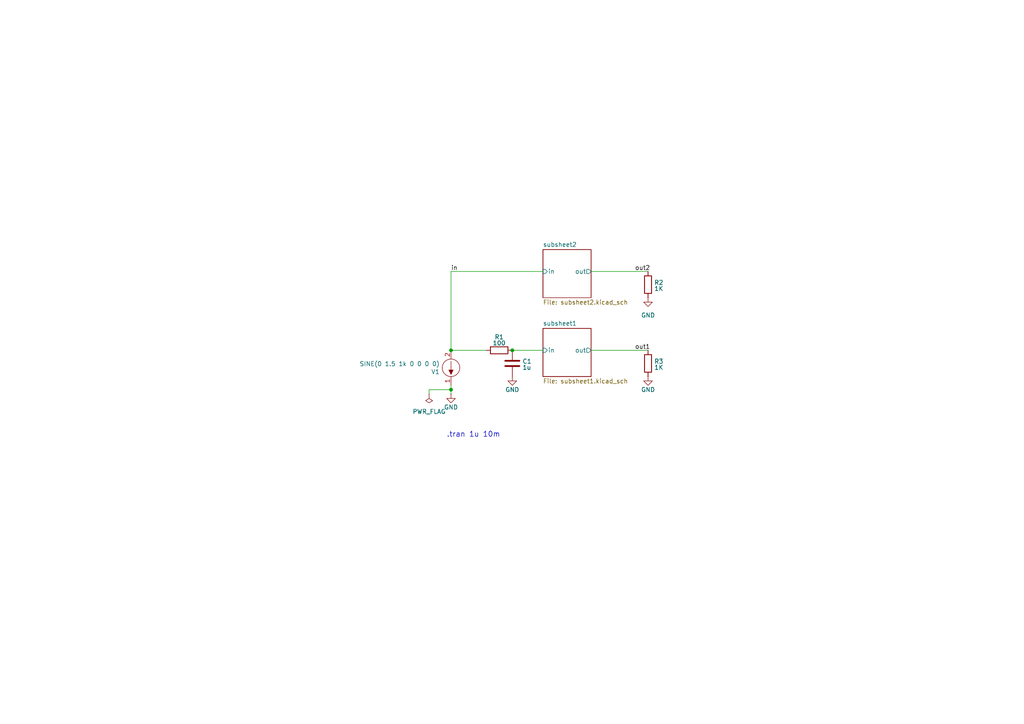
<source format=kicad_sch>
(kicad_sch (version 20241209) (generator "eeschema") (generator_version "9.0")
  (paper "A4")
  (lib_symbols
    (symbol "Device:C" (pin_numbers (hide yes)) (pin_names (offset 0.254))
      (property "Reference" "C" (at 0.635 2.54 0))
      (property "Value" "C" (at 0.635 -2.54 0))
      (symbol "C_0_1"
        (polyline (pts (xy -2.032 0.762) (xy 2.032 0.762)) (stroke (width 0.508)))
        (polyline (pts (xy -2.032 -0.762) (xy 2.032 -0.762)) (stroke (width 0.508)))
      )
      (symbol "C_1_1"
        (pin passive line (at 0 3.81 270) (length 2.794) (name "~") (number "1"))
        (pin passive line (at 0 -3.81 90) (length 2.794) (name "~") (number "2"))
      )
    )
    (symbol "Device:R" (pin_numbers (hide yes)) (pin_names (offset 0))
      (property "Reference" "R" (at 2.032 0 90))
      (property "Value" "R" (at 0 0 90))
      (symbol "R_0_1"
        (rectangle (start -1.016 -2.54) (end 1.016 2.54) (stroke (width 0.254)))
      )
      (symbol "R_1_1"
        (pin passive line (at 0 3.81 270) (length 1.27) (name "~") (number "1"))
        (pin passive line (at 0 -3.81 90) (length 1.27) (name "~") (number "2"))
      )
    )
    (symbol "power:GND" (power) (pin_numbers (hide yes)) (pin_names (offset 0) (hide yes))
      (property "Value" "GND" (at 0 -3.81 0))
      (symbol "GND_0_1"
        (polyline (pts (xy 0 0) (xy 0 -1.27) (xy 1.27 -1.27) (xy 0 -2.54) (xy -1.27 -1.27) (xy 0 -1.27)))
      )
      (symbol "GND_1_1"
        (pin power_in line (at 0 0 270) (length 0) (name "~") (number "1"))
      )
    )
    (symbol "power:PWR_FLAG" (power) (pin_numbers (hide yes)) (pin_names (offset 0) (hide yes))
      (property "Value" "PWR_FLAG" (at 0 3.81 0))
      (symbol "PWR_FLAG_0_0"
        (pin power_out line (at 0 0 90) (length 0) (name "~") (number "1"))
      )
      (symbol "PWR_FLAG_0_1"
        (polyline (pts (xy 0 0) (xy 0 1.27) (xy -1.016 1.905) (xy 0 2.54) (xy 1.016 1.905) (xy 0 1.27)))
      )
    )
    (symbol "project:VSOURCE" (pin_names (offset 1.016))
      (property "Reference" "V1" (at 3.2512 1.1684 0))
      (property "Value" "SINE(0 1.5 1k 0 0 0 0)" (at 3.2512 -1.143 0))
      (symbol "VSOURCE_0_1"
        (polyline (pts (xy 0 1.905) (xy -0.635 0.635) (xy 0.635 0.635) (xy 0 1.905)) (fill (type outline)))
        (circle (center 0 0) (radius 2.54))
        (polyline (pts (xy 0 -1.905) (xy 0 1.905)))
      )
      (symbol "VSOURCE_1_1"
        (pin input line (at 0 5.08 270) (length 2.54) (name "~") (number "1"))
        (pin input line (at 0 -5.08 90) (length 2.54) (name "~") (number "2"))
      )
    )
  )
  (text ".tran 1u 10m\n" (at 129.54 127 0) (effects (font (size 1.524 1.524)) (justify left bottom)))
  (junction (at 148.59 101.6))
  (junction (at 130.81 101.6))
  (junction (at 130.81 113.03))
  (wire (pts (xy 171.45 78.74) (xy 187.96 78.74)))
  (wire (pts (xy 157.48 78.74) (xy 130.81 78.74)))
  (wire (pts (xy 124.46 113.03) (xy 130.81 113.03)))
  (wire (pts (xy 171.45 101.6) (xy 187.96 101.6)))
  (wire (pts (xy 148.59 101.6) (xy 157.48 101.6)))
  (wire (pts (xy 130.81 101.6) (xy 140.97 101.6)))
  (wire (pts (xy 124.46 114.3) (xy 124.46 113.03)))
  (wire (pts (xy 130.81 113.03) (xy 130.81 114.3)))
  (wire (pts (xy 130.81 78.74) (xy 130.81 101.6)))
  (wire (pts (xy 130.81 111.76) (xy 130.81 113.03)))
  (label "out2" (at 184.15 78.74 0))
  (label "in" (at 130.81 78.74 0))
  (label "out1" (at 184.15 101.6 0))
  (symbol (lib_id "Device:R") (at 187.96 82.55 0) (unit 1)
    (property "Reference" "R2" (at 189.738 81.9555 0) (effects (justify left)))
    (property "Value" "1K" (at 189.738 83.7177 0) (effects (justify left)))
  )
  (symbol (lib_id "Device:R") (at 144.78 101.6 90) (unit 1)
    (property "Reference" "R1" (at 144.78 97.7519 90))
    (property "Value" "100" (at 144.78 99.5141 90))
  )
  (symbol (lib_id "project:VSOURCE") (at 130.81 106.68 180) (unit 1)
    (property "Reference" "V1" (at 127.5588 107.8484 0) (effects (justify left)))
    (property "Value" "SINE(0 1.5 1k 0 0 0 0)" (at 127.5588 105.537 0) (effects (justify left)))
    (property "Fieldname" "Value" (effects (hide yes)))
    (property "Sim.Pins" "1=1 2=2" (effects (hide yes)))
  )
  (symbol (lib_id "Device:R") (at 187.96 105.41 0) (unit 1)
    (property "Reference" "R3" (at 189.738 104.8155 0) (effects (justify left)))
    (property "Value" "1K" (at 189.738 106.5777 0) (effects (justify left)))
  )
  (symbol (lib_id "Device:C") (at 148.59 105.41 0) (unit 1)
    (property "Reference" "C1" (at 151.511 104.8155 0) (effects (justify left)))
    (property "Value" "1u" (at 151.511 106.5777 0) (effects (justify left)))
  )
  (symbol (lib_id "power:GND") (at 130.81 114.3 0) (unit 1)
    (property "Reference" "#PWR01" (effects (hide yes)))
    (property "Value" "GND" (at 130.81 118.11 0))
    (property "Description" "Power symbol creates a global label with name \"GND\" , ground" (effects (hide yes)))
  )
  (symbol (lib_id "power:GND") (at 148.59 109.22 0) (unit 1)
    (property "Reference" "#PWR02" (effects (hide yes)))
    (property "Value" "GND" (at 148.59 113.03 0))
    (property "Description" "Power symbol creates a global label with name \"GND\" , ground" (effects (hide yes)))
  )
  (symbol (lib_id "power:GND") (at 187.96 86.36 0) (unit 1)
    (property "Reference" "#PWR07" (effects (hide yes)))
    (property "Value" "GND" (at 187.96 91.44 0))
    (property "Description" "Power symbol creates a global label with name \"GND\" , ground" (effects (hide yes)))
  )
  (symbol (lib_id "power:GND") (at 187.96 109.22 0) (unit 1)
    (property "Reference" "#PWR04" (effects (hide yes)))
    (property "Value" "GND" (at 187.96 113.03 0))
    (property "Description" "Power symbol creates a global label with name \"GND\" , ground" (effects (hide yes)))
  )
  (symbol (lib_id "power:PWR_FLAG") (at 124.46 114.3 180) (unit 1)
    (property "Reference" "#FLG01" (effects (hide yes)))
    (property "Value" "PWR_FLAG" (at 124.46 119.38 0))
    (property "Description" "Special symbol for telling ERC where power comes from" (effects (hide yes)))
  )
  (sheet (at 157.48 95.25) (size 13.97 13.97) (stroke (width 0.1524))
    (property "Sheetname" "subsheet1" (at 157.48 94.5384 0) (effects (justify left bottom)))
    (property "Sheetfile" "subsheet1.kicad_sch" (at 157.48 109.8046 0) (effects (justify left top)))
    (pin "in" input (at 157.48 101.6 180))
    (pin "out" output (at 171.45 101.6 0))
  )
  (sheet (at 157.48 72.39) (size 13.97 13.97) (stroke (width 0.1524))
    (property "Sheetname" "subsheet2" (at 157.48 71.6784 0) (effects (justify left bottom)))
    (property "Sheetfile" "subsheet2.kicad_sch" (at 157.48 86.9446 0) (effects (justify left top)))
    (pin "in" input (at 157.48 78.74 180))
    (pin "out" output (at 171.45 78.74 0))
  )
)
</source>
